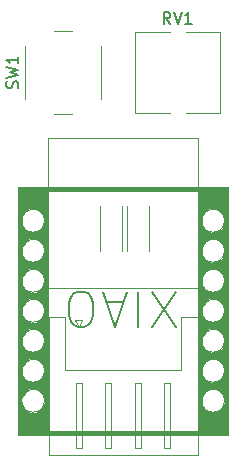
<source format=gbr>
%TF.GenerationSoftware,KiCad,Pcbnew,7.0.9*%
%TF.CreationDate,2024-03-04T02:29:24+09:00*%
%TF.ProjectId,Gyro_Backup,4779726f-5f42-4616-936b-75702e6b6963,rev?*%
%TF.SameCoordinates,Original*%
%TF.FileFunction,Legend,Top*%
%TF.FilePolarity,Positive*%
%FSLAX46Y46*%
G04 Gerber Fmt 4.6, Leading zero omitted, Abs format (unit mm)*
G04 Created by KiCad (PCBNEW 7.0.9) date 2024-03-04 02:29:24*
%MOMM*%
%LPD*%
G01*
G04 APERTURE LIST*
%ADD10C,0.150000*%
%ADD11C,0.100000*%
%ADD12C,0.120000*%
G04 APERTURE END LIST*
D10*
X150494428Y-92424942D02*
X148494428Y-89424942D01*
X148494428Y-92424942D02*
X150494428Y-89424942D01*
X147351571Y-89424942D02*
X147351571Y-92424942D01*
X146065857Y-90282085D02*
X144637286Y-90282085D01*
X146351571Y-89424942D02*
X145351571Y-92424942D01*
X145351571Y-92424942D02*
X144351571Y-89424942D01*
X142780142Y-92424942D02*
X142208714Y-92424942D01*
X142208714Y-92424942D02*
X141922999Y-92282085D01*
X141922999Y-92282085D02*
X141637285Y-91996371D01*
X141637285Y-91996371D02*
X141494428Y-91424942D01*
X141494428Y-91424942D02*
X141494428Y-90424942D01*
X141494428Y-90424942D02*
X141637285Y-89853514D01*
X141637285Y-89853514D02*
X141922999Y-89567800D01*
X141922999Y-89567800D02*
X142208714Y-89424942D01*
X142208714Y-89424942D02*
X142780142Y-89424942D01*
X142780142Y-89424942D02*
X143065857Y-89567800D01*
X143065857Y-89567800D02*
X143351571Y-89853514D01*
X143351571Y-89853514D02*
X143494428Y-90424942D01*
X143494428Y-90424942D02*
X143494428Y-91424942D01*
X143494428Y-91424942D02*
X143351571Y-91996371D01*
X143351571Y-91996371D02*
X143065857Y-92282085D01*
X143065857Y-92282085D02*
X142780142Y-92424942D01*
X137127200Y-72199332D02*
X137174819Y-72056475D01*
X137174819Y-72056475D02*
X137174819Y-71818380D01*
X137174819Y-71818380D02*
X137127200Y-71723142D01*
X137127200Y-71723142D02*
X137079580Y-71675523D01*
X137079580Y-71675523D02*
X136984342Y-71627904D01*
X136984342Y-71627904D02*
X136889104Y-71627904D01*
X136889104Y-71627904D02*
X136793866Y-71675523D01*
X136793866Y-71675523D02*
X136746247Y-71723142D01*
X136746247Y-71723142D02*
X136698628Y-71818380D01*
X136698628Y-71818380D02*
X136651009Y-72008856D01*
X136651009Y-72008856D02*
X136603390Y-72104094D01*
X136603390Y-72104094D02*
X136555771Y-72151713D01*
X136555771Y-72151713D02*
X136460533Y-72199332D01*
X136460533Y-72199332D02*
X136365295Y-72199332D01*
X136365295Y-72199332D02*
X136270057Y-72151713D01*
X136270057Y-72151713D02*
X136222438Y-72104094D01*
X136222438Y-72104094D02*
X136174819Y-72008856D01*
X136174819Y-72008856D02*
X136174819Y-71770761D01*
X136174819Y-71770761D02*
X136222438Y-71627904D01*
X136174819Y-71294570D02*
X137174819Y-71056475D01*
X137174819Y-71056475D02*
X136460533Y-70865999D01*
X136460533Y-70865999D02*
X137174819Y-70675523D01*
X137174819Y-70675523D02*
X136174819Y-70437428D01*
X137174819Y-69532666D02*
X137174819Y-70104094D01*
X137174819Y-69818380D02*
X136174819Y-69818380D01*
X136174819Y-69818380D02*
X136317676Y-69913618D01*
X136317676Y-69913618D02*
X136412914Y-70008856D01*
X136412914Y-70008856D02*
X136460533Y-70104094D01*
X150041761Y-66755819D02*
X149708428Y-66279628D01*
X149470333Y-66755819D02*
X149470333Y-65755819D01*
X149470333Y-65755819D02*
X149851285Y-65755819D01*
X149851285Y-65755819D02*
X149946523Y-65803438D01*
X149946523Y-65803438D02*
X149994142Y-65851057D01*
X149994142Y-65851057D02*
X150041761Y-65946295D01*
X150041761Y-65946295D02*
X150041761Y-66089152D01*
X150041761Y-66089152D02*
X149994142Y-66184390D01*
X149994142Y-66184390D02*
X149946523Y-66232009D01*
X149946523Y-66232009D02*
X149851285Y-66279628D01*
X149851285Y-66279628D02*
X149470333Y-66279628D01*
X150327476Y-65755819D02*
X150660809Y-66755819D01*
X150660809Y-66755819D02*
X150994142Y-65755819D01*
X151851285Y-66755819D02*
X151279857Y-66755819D01*
X151565571Y-66755819D02*
X151565571Y-65755819D01*
X151565571Y-65755819D02*
X151470333Y-65898676D01*
X151470333Y-65898676D02*
X151375095Y-65993914D01*
X151375095Y-65993914D02*
X151279857Y-66041533D01*
D11*
%TO.C,U3*%
X139700000Y-89154000D02*
X152400000Y-89154000D01*
X152400000Y-89154000D02*
X152400000Y-76454000D01*
X152400000Y-76454000D02*
X139700000Y-76454000D01*
X139700000Y-76454000D02*
X139700000Y-89154000D01*
D12*
%TO.C,U2*%
X154939131Y-101561900D02*
X137159131Y-101561900D01*
X154939131Y-80556100D02*
X154939131Y-101561900D01*
X152399131Y-80556100D02*
X152399131Y-101561900D01*
X139699131Y-101536500D02*
X139699131Y-80568800D01*
D11*
X139699131Y-80568800D02*
X152410870Y-80550629D01*
D12*
X137159131Y-101561900D02*
X137159131Y-80556100D01*
X137159131Y-80556100D02*
X154939131Y-80556100D01*
D11*
X139724531Y-101257100D02*
X152399131Y-101257100D01*
X152399131Y-101257100D02*
X152399131Y-101549200D01*
X152399131Y-101549200D02*
X139724531Y-101549200D01*
X139724531Y-101549200D02*
X139724531Y-101257100D01*
X139699131Y-80568800D02*
X152373731Y-80568800D01*
X152373731Y-80568800D02*
X152373731Y-80860900D01*
X152373731Y-80860900D02*
X139699131Y-80860900D01*
X139699131Y-80860900D02*
X139699131Y-80568800D01*
X154634665Y-98665966D02*
G75*
G03*
X154634665Y-98665966I-965534J0D01*
G01*
X154634665Y-96125966D02*
G75*
G03*
X154634665Y-96125966I-965534J0D01*
G01*
X154634665Y-93585966D02*
G75*
G03*
X154634665Y-93585966I-965534J0D01*
G01*
X154634665Y-91045966D02*
G75*
G03*
X154634665Y-91045966I-965534J0D01*
G01*
X154634665Y-88505966D02*
G75*
G03*
X154634665Y-88505966I-965534J0D01*
G01*
X154634665Y-85965966D02*
G75*
G03*
X154634665Y-85965966I-965534J0D01*
G01*
X154634665Y-83425966D02*
G75*
G03*
X154634665Y-83425966I-965534J0D01*
G01*
X139394665Y-98665966D02*
G75*
G03*
X139394665Y-98665966I-965534J0D01*
G01*
X139394665Y-96125966D02*
G75*
G03*
X139394665Y-96125966I-965534J0D01*
G01*
X139394665Y-93585966D02*
G75*
G03*
X139394665Y-93585966I-965534J0D01*
G01*
X139394665Y-91045966D02*
G75*
G03*
X139394665Y-91045966I-965534J0D01*
G01*
X139394665Y-88505966D02*
G75*
G03*
X139394665Y-88505966I-965534J0D01*
G01*
X139394665Y-83426300D02*
G75*
G03*
X139394665Y-83426300I-965534J0D01*
G01*
X139394331Y-85966300D02*
G75*
G03*
X139394331Y-85966300I-965534J0D01*
G01*
X152410870Y-101556429D02*
X139724531Y-101549200D01*
X139724531Y-101257100D01*
X152399131Y-101257100D01*
X152410870Y-101556429D01*
G36*
X152410870Y-101556429D02*
G01*
X139724531Y-101549200D01*
X139724531Y-101257100D01*
X152399131Y-101257100D01*
X152410870Y-101556429D01*
G37*
X152373731Y-80860900D02*
X139699131Y-80860900D01*
X139699131Y-80568800D01*
X152373731Y-80568800D01*
X152373731Y-80860900D01*
G36*
X152373731Y-80860900D02*
G01*
X139699131Y-80860900D01*
X139699131Y-80568800D01*
X152373731Y-80568800D01*
X152373731Y-80860900D01*
G37*
X154950870Y-83420829D02*
X154646404Y-83420495D01*
X154646070Y-83192229D01*
X154569870Y-82989029D01*
X154493670Y-82836629D01*
X154239670Y-82608029D01*
X154036470Y-82455629D01*
X154925470Y-82455629D01*
X154950870Y-83420829D01*
G36*
X154950870Y-83420829D02*
G01*
X154646404Y-83420495D01*
X154646070Y-83192229D01*
X154569870Y-82989029D01*
X154493670Y-82836629D01*
X154239670Y-82608029D01*
X154036470Y-82455629D01*
X154925470Y-82455629D01*
X154950870Y-83420829D01*
G37*
X139699131Y-83426300D02*
X139394665Y-83425966D01*
X139394331Y-83197700D01*
X139318131Y-82994500D01*
X139241931Y-82842100D01*
X138987931Y-82613500D01*
X138784731Y-82461100D01*
X139673731Y-82461100D01*
X139699131Y-83426300D01*
G36*
X139699131Y-83426300D02*
G01*
X139394665Y-83425966D01*
X139394331Y-83197700D01*
X139318131Y-82994500D01*
X139241931Y-82842100D01*
X138987931Y-82613500D01*
X138784731Y-82461100D01*
X139673731Y-82461100D01*
X139699131Y-83426300D01*
G37*
X154950870Y-91066229D02*
X154925470Y-93606229D01*
X154646404Y-93605895D01*
X154646070Y-93377629D01*
X154544470Y-93098229D01*
X154341270Y-92844229D01*
X153909470Y-92615629D01*
X153426870Y-92615629D01*
X153045870Y-92818829D01*
X152715670Y-93276029D01*
X152741070Y-91472629D01*
X153096670Y-91904429D01*
X153553870Y-92031429D01*
X153884070Y-92031429D01*
X154290470Y-91853629D01*
X154493670Y-91650429D01*
X154620670Y-91396429D01*
X154646404Y-91065895D01*
X154950870Y-91066229D01*
G36*
X154950870Y-91066229D02*
G01*
X154925470Y-93606229D01*
X154646404Y-93605895D01*
X154646070Y-93377629D01*
X154544470Y-93098229D01*
X154341270Y-92844229D01*
X153909470Y-92615629D01*
X153426870Y-92615629D01*
X153045870Y-92818829D01*
X152715670Y-93276029D01*
X152741070Y-91472629D01*
X153096670Y-91904429D01*
X153553870Y-92031429D01*
X153884070Y-92031429D01*
X154290470Y-91853629D01*
X154493670Y-91650429D01*
X154620670Y-91396429D01*
X154646404Y-91065895D01*
X154950870Y-91066229D01*
G37*
X154950870Y-96120829D02*
X154925470Y-98660829D01*
X154646404Y-98660495D01*
X154646070Y-98432229D01*
X154544470Y-98152829D01*
X154341270Y-97898829D01*
X153909470Y-97670229D01*
X153426870Y-97670229D01*
X153045870Y-97873429D01*
X152715670Y-98330629D01*
X152741070Y-96527229D01*
X152741070Y-96552629D01*
X153096670Y-96984429D01*
X153553870Y-97142300D01*
X153884070Y-97111429D01*
X154290470Y-96933629D01*
X154493670Y-96705029D01*
X154620670Y-96451029D01*
X154646404Y-96120495D01*
X154950870Y-96120829D01*
G36*
X154950870Y-96120829D02*
G01*
X154925470Y-98660829D01*
X154646404Y-98660495D01*
X154646070Y-98432229D01*
X154544470Y-98152829D01*
X154341270Y-97898829D01*
X153909470Y-97670229D01*
X153426870Y-97670229D01*
X153045870Y-97873429D01*
X152715670Y-98330629D01*
X152741070Y-96527229D01*
X152741070Y-96552629D01*
X153096670Y-96984429D01*
X153553870Y-97142300D01*
X153884070Y-97111429D01*
X154290470Y-96933629D01*
X154493670Y-96705029D01*
X154620670Y-96451029D01*
X154646404Y-96120495D01*
X154950870Y-96120829D01*
G37*
X154950870Y-93580829D02*
X154925470Y-96120829D01*
X154646404Y-96120495D01*
X154646070Y-95892229D01*
X154544470Y-95612829D01*
X154341270Y-95358829D01*
X153909470Y-95130229D01*
X153426870Y-95130229D01*
X153045870Y-95333429D01*
X152715670Y-95790629D01*
X152741070Y-93987229D01*
X152741070Y-94038029D01*
X153096670Y-94469829D01*
X153542131Y-94576900D01*
X153909470Y-94571429D01*
X154315870Y-94393629D01*
X154493670Y-94165029D01*
X154620670Y-93911029D01*
X154646404Y-93580495D01*
X154950870Y-93580829D01*
G36*
X154950870Y-93580829D02*
G01*
X154925470Y-96120829D01*
X154646404Y-96120495D01*
X154646070Y-95892229D01*
X154544470Y-95612829D01*
X154341270Y-95358829D01*
X153909470Y-95130229D01*
X153426870Y-95130229D01*
X153045870Y-95333429D01*
X152715670Y-95790629D01*
X152741070Y-93987229D01*
X152741070Y-94038029D01*
X153096670Y-94469829D01*
X153542131Y-94576900D01*
X153909470Y-94571429D01*
X154315870Y-94393629D01*
X154493670Y-94165029D01*
X154620670Y-93911029D01*
X154646404Y-93580495D01*
X154950870Y-93580829D01*
G37*
X154950870Y-88526229D02*
X154925470Y-91066229D01*
X154646404Y-91065895D01*
X154646070Y-90837629D01*
X154544470Y-90558229D01*
X154341270Y-90304229D01*
X153909470Y-90075629D01*
X153426870Y-90075629D01*
X153045870Y-90278829D01*
X152715670Y-90736029D01*
X152741070Y-88932629D01*
X152766470Y-88958029D01*
X153122070Y-89389829D01*
X153553870Y-89491429D01*
X153884070Y-89491429D01*
X154290470Y-89313629D01*
X154493670Y-89110429D01*
X154620670Y-88856429D01*
X154646404Y-88525895D01*
X154950870Y-88526229D01*
G36*
X154950870Y-88526229D02*
G01*
X154925470Y-91066229D01*
X154646404Y-91065895D01*
X154646070Y-90837629D01*
X154544470Y-90558229D01*
X154341270Y-90304229D01*
X153909470Y-90075629D01*
X153426870Y-90075629D01*
X153045870Y-90278829D01*
X152715670Y-90736029D01*
X152741070Y-88932629D01*
X152766470Y-88958029D01*
X153122070Y-89389829D01*
X153553870Y-89491429D01*
X153884070Y-89491429D01*
X154290470Y-89313629D01*
X154493670Y-89110429D01*
X154620670Y-88856429D01*
X154646404Y-88525895D01*
X154950870Y-88526229D01*
G37*
X154950870Y-85960829D02*
X154925470Y-88500829D01*
X154646404Y-88500495D01*
X154646070Y-88272229D01*
X154544470Y-87992829D01*
X154341270Y-87738829D01*
X153909470Y-87510229D01*
X153426870Y-87510229D01*
X153045870Y-87713429D01*
X152715670Y-88170629D01*
X152741070Y-86367229D01*
X152741070Y-86392629D01*
X153096670Y-86824429D01*
X153553870Y-86982300D01*
X153909470Y-86951429D01*
X154315870Y-86773629D01*
X154493670Y-86545029D01*
X154620670Y-86291029D01*
X154646404Y-85960495D01*
X154950870Y-85960829D01*
G36*
X154950870Y-85960829D02*
G01*
X154925470Y-88500829D01*
X154646404Y-88500495D01*
X154646070Y-88272229D01*
X154544470Y-87992829D01*
X154341270Y-87738829D01*
X153909470Y-87510229D01*
X153426870Y-87510229D01*
X153045870Y-87713429D01*
X152715670Y-88170629D01*
X152741070Y-86367229D01*
X152741070Y-86392629D01*
X153096670Y-86824429D01*
X153553870Y-86982300D01*
X153909470Y-86951429D01*
X154315870Y-86773629D01*
X154493670Y-86545029D01*
X154620670Y-86291029D01*
X154646404Y-85960495D01*
X154950870Y-85960829D01*
G37*
X154950870Y-83420829D02*
X154925470Y-85960829D01*
X154646404Y-85960495D01*
X154646070Y-85732229D01*
X154544470Y-85452829D01*
X154341270Y-85198829D01*
X153909470Y-84970229D01*
X153426870Y-84970229D01*
X153045870Y-85173429D01*
X152715670Y-85630629D01*
X152741070Y-83827229D01*
X152741070Y-83852629D01*
X153096670Y-84284429D01*
X153553870Y-84416900D01*
X153909470Y-84411429D01*
X154315870Y-84233629D01*
X154493670Y-84005029D01*
X154620670Y-83751029D01*
X154646404Y-83420495D01*
X154950870Y-83420829D01*
G36*
X154950870Y-83420829D02*
G01*
X154925470Y-85960829D01*
X154646404Y-85960495D01*
X154646070Y-85732229D01*
X154544470Y-85452829D01*
X154341270Y-85198829D01*
X153909470Y-84970229D01*
X153426870Y-84970229D01*
X153045870Y-85173429D01*
X152715670Y-85630629D01*
X152741070Y-83827229D01*
X152741070Y-83852629D01*
X153096670Y-84284429D01*
X153553870Y-84416900D01*
X153909470Y-84411429D01*
X154315870Y-84233629D01*
X154493670Y-84005029D01*
X154620670Y-83751029D01*
X154646404Y-83420495D01*
X154950870Y-83420829D01*
G37*
X139699131Y-96126300D02*
X139673731Y-98666300D01*
X139394665Y-98665966D01*
X139394331Y-98437700D01*
X139292731Y-98158300D01*
X139089531Y-97904300D01*
X138657731Y-97675700D01*
X138175131Y-97675700D01*
X137794131Y-97878900D01*
X137463931Y-98336100D01*
X137489331Y-96532700D01*
X137514731Y-96532700D01*
X137870331Y-96964500D01*
X138302131Y-97091500D01*
X138632331Y-97091500D01*
X139038731Y-96913700D01*
X139241931Y-96710500D01*
X139368931Y-96456500D01*
X139394665Y-96125966D01*
X139699131Y-96126300D01*
G36*
X139699131Y-96126300D02*
G01*
X139673731Y-98666300D01*
X139394665Y-98665966D01*
X139394331Y-98437700D01*
X139292731Y-98158300D01*
X139089531Y-97904300D01*
X138657731Y-97675700D01*
X138175131Y-97675700D01*
X137794131Y-97878900D01*
X137463931Y-98336100D01*
X137489331Y-96532700D01*
X137514731Y-96532700D01*
X137870331Y-96964500D01*
X138302131Y-97091500D01*
X138632331Y-97091500D01*
X139038731Y-96913700D01*
X139241931Y-96710500D01*
X139368931Y-96456500D01*
X139394665Y-96125966D01*
X139699131Y-96126300D01*
G37*
X139699131Y-93586300D02*
X139673731Y-96126300D01*
X139394665Y-96125966D01*
X139394331Y-95897700D01*
X139292731Y-95618300D01*
X139089531Y-95364300D01*
X138657731Y-95135700D01*
X138175131Y-95135700D01*
X137794131Y-95338900D01*
X137463931Y-95796100D01*
X137489331Y-93992700D01*
X137514731Y-93992700D01*
X137870331Y-94424500D01*
X138302131Y-94551500D01*
X138632331Y-94551500D01*
X139038731Y-94373700D01*
X139241931Y-94170500D01*
X139368931Y-93916500D01*
X139394665Y-93585966D01*
X139699131Y-93586300D01*
G36*
X139699131Y-93586300D02*
G01*
X139673731Y-96126300D01*
X139394665Y-96125966D01*
X139394331Y-95897700D01*
X139292731Y-95618300D01*
X139089531Y-95364300D01*
X138657731Y-95135700D01*
X138175131Y-95135700D01*
X137794131Y-95338900D01*
X137463931Y-95796100D01*
X137489331Y-93992700D01*
X137514731Y-93992700D01*
X137870331Y-94424500D01*
X138302131Y-94551500D01*
X138632331Y-94551500D01*
X139038731Y-94373700D01*
X139241931Y-94170500D01*
X139368931Y-93916500D01*
X139394665Y-93585966D01*
X139699131Y-93586300D01*
G37*
X139699131Y-91071700D02*
X139673731Y-93611700D01*
X139394665Y-93611366D01*
X139394331Y-93383100D01*
X139292731Y-93103700D01*
X139089531Y-92849700D01*
X138657731Y-92621100D01*
X138175131Y-92621100D01*
X137794131Y-92824300D01*
X137463931Y-93281500D01*
X137489331Y-91478100D01*
X137514731Y-91478100D01*
X137870331Y-91909900D01*
X138302131Y-92036900D01*
X138632331Y-92036900D01*
X139038731Y-91859100D01*
X139241931Y-91655900D01*
X139368931Y-91401900D01*
X139394665Y-91071366D01*
X139699131Y-91071700D01*
G36*
X139699131Y-91071700D02*
G01*
X139673731Y-93611700D01*
X139394665Y-93611366D01*
X139394331Y-93383100D01*
X139292731Y-93103700D01*
X139089531Y-92849700D01*
X138657731Y-92621100D01*
X138175131Y-92621100D01*
X137794131Y-92824300D01*
X137463931Y-93281500D01*
X137489331Y-91478100D01*
X137514731Y-91478100D01*
X137870331Y-91909900D01*
X138302131Y-92036900D01*
X138632331Y-92036900D01*
X139038731Y-91859100D01*
X139241931Y-91655900D01*
X139368931Y-91401900D01*
X139394665Y-91071366D01*
X139699131Y-91071700D01*
G37*
X139699131Y-88531700D02*
X139673731Y-91071700D01*
X139394665Y-91071366D01*
X139394331Y-90843100D01*
X139292731Y-90563700D01*
X139089531Y-90309700D01*
X138657731Y-90081100D01*
X138175131Y-90081100D01*
X137794131Y-90284300D01*
X137463931Y-90741500D01*
X137489331Y-88938100D01*
X137514731Y-88938100D01*
X137870331Y-89369900D01*
X138302131Y-89496900D01*
X138632331Y-89496900D01*
X139038731Y-89319100D01*
X139241931Y-89115900D01*
X139368931Y-88861900D01*
X139394665Y-88531366D01*
X139699131Y-88531700D01*
G36*
X139699131Y-88531700D02*
G01*
X139673731Y-91071700D01*
X139394665Y-91071366D01*
X139394331Y-90843100D01*
X139292731Y-90563700D01*
X139089531Y-90309700D01*
X138657731Y-90081100D01*
X138175131Y-90081100D01*
X137794131Y-90284300D01*
X137463931Y-90741500D01*
X137489331Y-88938100D01*
X137514731Y-88938100D01*
X137870331Y-89369900D01*
X138302131Y-89496900D01*
X138632331Y-89496900D01*
X139038731Y-89319100D01*
X139241931Y-89115900D01*
X139368931Y-88861900D01*
X139394665Y-88531366D01*
X139699131Y-88531700D01*
G37*
X139699131Y-85966300D02*
X139673731Y-88506300D01*
X139394665Y-88505966D01*
X139394331Y-88277700D01*
X139292731Y-87998300D01*
X139089531Y-87744300D01*
X138657731Y-87515700D01*
X138175131Y-87515700D01*
X137794131Y-87718900D01*
X137463931Y-88176100D01*
X137489331Y-86372700D01*
X137514731Y-86372700D01*
X137870331Y-86804500D01*
X138302131Y-86931500D01*
X138632331Y-86931500D01*
X139038731Y-86753700D01*
X139241931Y-86550500D01*
X139368931Y-86296500D01*
X139394665Y-85965966D01*
X139699131Y-85966300D01*
G36*
X139699131Y-85966300D02*
G01*
X139673731Y-88506300D01*
X139394665Y-88505966D01*
X139394331Y-88277700D01*
X139292731Y-87998300D01*
X139089531Y-87744300D01*
X138657731Y-87515700D01*
X138175131Y-87515700D01*
X137794131Y-87718900D01*
X137463931Y-88176100D01*
X137489331Y-86372700D01*
X137514731Y-86372700D01*
X137870331Y-86804500D01*
X138302131Y-86931500D01*
X138632331Y-86931500D01*
X139038731Y-86753700D01*
X139241931Y-86550500D01*
X139368931Y-86296500D01*
X139394665Y-85965966D01*
X139699131Y-85966300D01*
G37*
X139699131Y-83426300D02*
X139673731Y-85966300D01*
X139394665Y-85965966D01*
X139394331Y-85737700D01*
X139292731Y-85458300D01*
X139089531Y-85204300D01*
X138657731Y-84975700D01*
X138175131Y-84975700D01*
X137794131Y-85178900D01*
X137463931Y-85636100D01*
X137489331Y-83832700D01*
X137514731Y-83832700D01*
X137870331Y-84264500D01*
X138302131Y-84391500D01*
X138632331Y-84391500D01*
X139038731Y-84213700D01*
X139241931Y-84010500D01*
X139368931Y-83756500D01*
X139394665Y-83425966D01*
X139699131Y-83426300D01*
G36*
X139699131Y-83426300D02*
G01*
X139673731Y-85966300D01*
X139394665Y-85965966D01*
X139394331Y-85737700D01*
X139292731Y-85458300D01*
X139089531Y-85204300D01*
X138657731Y-84975700D01*
X138175131Y-84975700D01*
X137794131Y-85178900D01*
X137463931Y-85636100D01*
X137489331Y-83832700D01*
X137514731Y-83832700D01*
X137870331Y-84264500D01*
X138302131Y-84391500D01*
X138632331Y-84391500D01*
X139038731Y-84213700D01*
X139241931Y-84010500D01*
X139368931Y-83756500D01*
X139394665Y-83425966D01*
X139699131Y-83426300D01*
G37*
X154950870Y-80563329D02*
X154925470Y-82455629D01*
X153680870Y-82455295D01*
X153426870Y-82455629D01*
X153020470Y-82658829D01*
X152741070Y-83039829D01*
X152689936Y-83420829D01*
X152715002Y-85960829D01*
X152715336Y-88500495D01*
X152715336Y-96120495D01*
X152690270Y-98508429D01*
X152690270Y-98991029D01*
X152995070Y-99473629D01*
X153426870Y-99651429D01*
X153909470Y-99651429D01*
X154265070Y-99448229D01*
X154595270Y-99168829D01*
X154697204Y-98660495D01*
X154925470Y-98660829D01*
X154950870Y-101569129D01*
X152410870Y-101556429D01*
X152410870Y-80550629D01*
X154950870Y-80563329D01*
G36*
X154950870Y-80563329D02*
G01*
X154925470Y-82455629D01*
X153680870Y-82455295D01*
X153426870Y-82455629D01*
X153020470Y-82658829D01*
X152741070Y-83039829D01*
X152689936Y-83420829D01*
X152715002Y-85960829D01*
X152715336Y-88500495D01*
X152715336Y-96120495D01*
X152690270Y-98508429D01*
X152690270Y-98991029D01*
X152995070Y-99473629D01*
X153426870Y-99651429D01*
X153909470Y-99651429D01*
X154265070Y-99448229D01*
X154595270Y-99168829D01*
X154697204Y-98660495D01*
X154925470Y-98660829D01*
X154950870Y-101569129D01*
X152410870Y-101556429D01*
X152410870Y-80550629D01*
X154950870Y-80563329D01*
G37*
X139699131Y-80568800D02*
X139673731Y-82461100D01*
X138429131Y-82460766D01*
X138175131Y-82461100D01*
X137768731Y-82664300D01*
X137514731Y-83045300D01*
X137463597Y-83426300D01*
X137463263Y-85966300D01*
X137463597Y-88505966D01*
X137463597Y-96125966D01*
X137438531Y-98513900D01*
X137463931Y-98945700D01*
X137768731Y-99428300D01*
X138175131Y-99656900D01*
X138657731Y-99656900D01*
X139013331Y-99453700D01*
X139343531Y-99174300D01*
X139445465Y-98665966D01*
X139673731Y-98666300D01*
X139699131Y-101536500D01*
X137159131Y-101561900D01*
X137159131Y-80556100D01*
X139699131Y-80568800D01*
G36*
X139699131Y-80568800D02*
G01*
X139673731Y-82461100D01*
X138429131Y-82460766D01*
X138175131Y-82461100D01*
X137768731Y-82664300D01*
X137514731Y-83045300D01*
X137463597Y-83426300D01*
X137463263Y-85966300D01*
X137463597Y-88505966D01*
X137463597Y-96125966D01*
X137438531Y-98513900D01*
X137463931Y-98945700D01*
X137768731Y-99428300D01*
X138175131Y-99656900D01*
X138657731Y-99656900D01*
X139013331Y-99453700D01*
X139343531Y-99174300D01*
X139445465Y-98665966D01*
X139673731Y-98666300D01*
X139699131Y-101536500D01*
X137159131Y-101561900D01*
X137159131Y-80556100D01*
X139699131Y-80568800D01*
G37*
D12*
%TO.C,R2*%
X146400000Y-82154000D02*
X146400000Y-85994000D01*
X148240000Y-82154000D02*
X148240000Y-85994000D01*
%TO.C,R1*%
X144114000Y-82154000D02*
X144114000Y-85994000D01*
X145954000Y-82154000D02*
X145954000Y-85994000D01*
%TO.C,J1*%
X139740000Y-91549000D02*
X141160000Y-91549000D01*
X139740000Y-103269000D02*
X139740000Y-91549000D01*
X141160000Y-91549000D02*
X141160000Y-96049000D01*
X141160000Y-96049000D02*
X146050000Y-96049000D01*
X142000000Y-91859000D02*
X142600000Y-91859000D01*
X142050000Y-97159000D02*
X142050000Y-102659000D01*
X142050000Y-102659000D02*
X142550000Y-102659000D01*
X142300000Y-92459000D02*
X142000000Y-91859000D01*
X142550000Y-97159000D02*
X142050000Y-97159000D01*
X142550000Y-102659000D02*
X142550000Y-97159000D01*
X142600000Y-91859000D02*
X142300000Y-92459000D01*
X144550000Y-97159000D02*
X144550000Y-102659000D01*
X144550000Y-102659000D02*
X145050000Y-102659000D01*
X145050000Y-97159000D02*
X144550000Y-97159000D01*
X145050000Y-102659000D02*
X145050000Y-97159000D01*
X146050000Y-103269000D02*
X139740000Y-103269000D01*
X146050000Y-103269000D02*
X152360000Y-103269000D01*
X147050000Y-97159000D02*
X147050000Y-102659000D01*
X147050000Y-102659000D02*
X147550000Y-102659000D01*
X147550000Y-97159000D02*
X147050000Y-97159000D01*
X147550000Y-102659000D02*
X147550000Y-97159000D01*
X149550000Y-97159000D02*
X149550000Y-102659000D01*
X149550000Y-102659000D02*
X150050000Y-102659000D01*
X150050000Y-97159000D02*
X149550000Y-97159000D01*
X150050000Y-102659000D02*
X150050000Y-97159000D01*
X150940000Y-91549000D02*
X150940000Y-96049000D01*
X150940000Y-96049000D02*
X146050000Y-96049000D01*
X152360000Y-91549000D02*
X150940000Y-91549000D01*
X152360000Y-103269000D02*
X152360000Y-91549000D01*
%TO.C,SW1*%
X140220000Y-74366000D02*
X141720000Y-74366000D01*
X144220000Y-73116000D02*
X144220000Y-68616000D01*
X137720000Y-68616000D02*
X137720000Y-73116000D01*
X141720000Y-67366000D02*
X140220000Y-67366000D01*
%TO.C,RV1*%
X147017000Y-67431000D02*
X147017000Y-74271000D01*
X147017000Y-67431000D02*
X150047000Y-67431000D01*
X147017000Y-74271000D02*
X150047000Y-74271000D01*
X151347000Y-67431000D02*
X154257000Y-67431000D01*
X151347000Y-74271000D02*
X154257000Y-74271000D01*
X154257000Y-67431000D02*
X154257000Y-74271000D01*
%TD*%
M02*

</source>
